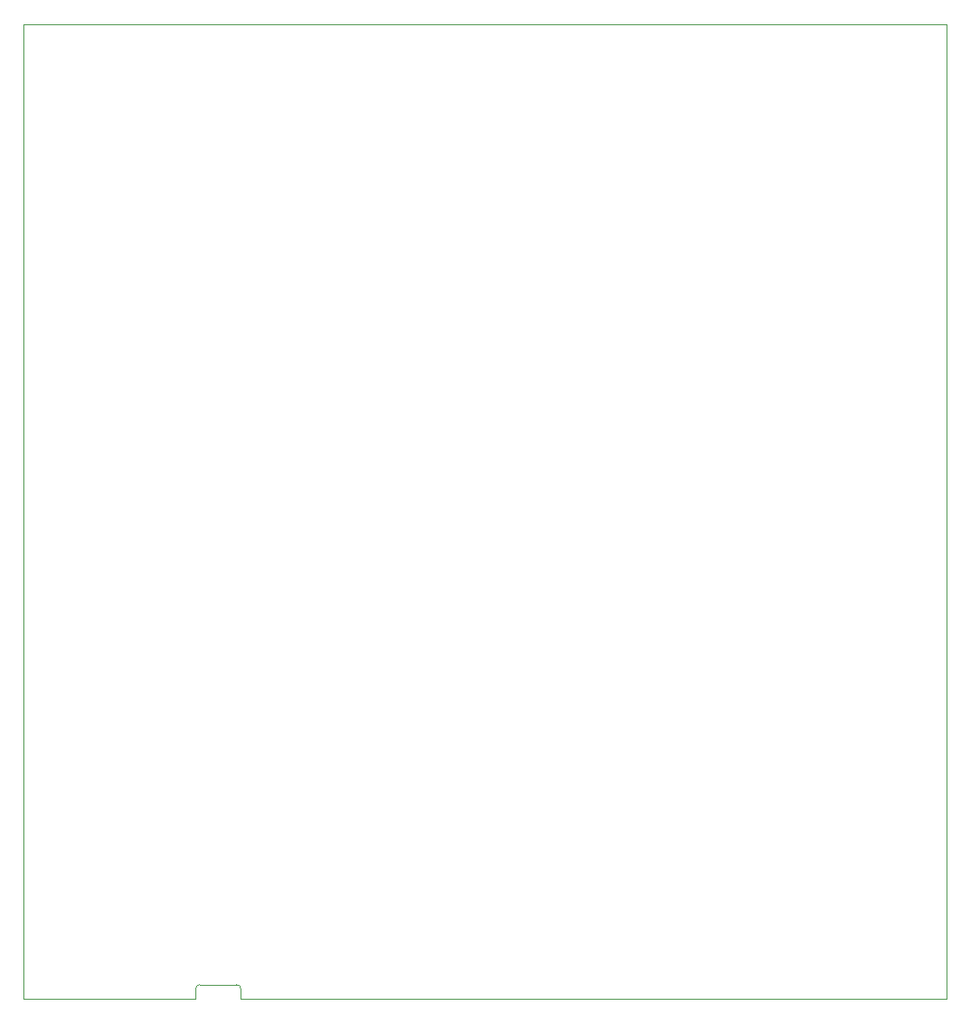
<source format=gbr>
%TF.GenerationSoftware,KiCad,Pcbnew,9.0.1*%
%TF.CreationDate,2025-05-02T15:15:57+01:00*%
%TF.ProjectId,body2,626f6479-322e-46b6-9963-61645f706362,rev?*%
%TF.SameCoordinates,Original*%
%TF.FileFunction,Profile,NP*%
%FSLAX46Y46*%
G04 Gerber Fmt 4.6, Leading zero omitted, Abs format (unit mm)*
G04 Created by KiCad (PCBNEW 9.0.1) date 2025-05-02 15:15:57*
%MOMM*%
%LPD*%
G01*
G04 APERTURE LIST*
%TA.AperFunction,Profile*%
%ADD10C,0.050000*%
%TD*%
%TA.AperFunction,Profile*%
%ADD11C,0.120000*%
%TD*%
G04 APERTURE END LIST*
D10*
X100000000Y-145000000D02*
X112500000Y-145000000D01*
X190000000Y-145000000D02*
X125500000Y-145000000D01*
X100000000Y-50000000D02*
X190000000Y-50000000D01*
X100000000Y-50000000D02*
X100000000Y-145000000D01*
X190000000Y-145000000D02*
X190000000Y-50000000D01*
D11*
%TO.C,J7*%
X116800000Y-144000000D02*
X116800000Y-145000000D01*
X116800000Y-145000000D02*
X112500000Y-145000000D01*
X120800000Y-143600000D02*
X117200000Y-143600000D01*
X121200000Y-144000000D02*
X121200000Y-145000000D01*
X121200000Y-145000000D02*
X125500000Y-145000000D01*
X116800000Y-144000000D02*
G75*
G02*
X117200000Y-143600000I400002J-2D01*
G01*
X120800000Y-143600000D02*
G75*
G02*
X121200000Y-144000000I0J-400000D01*
G01*
%TD*%
M02*

</source>
